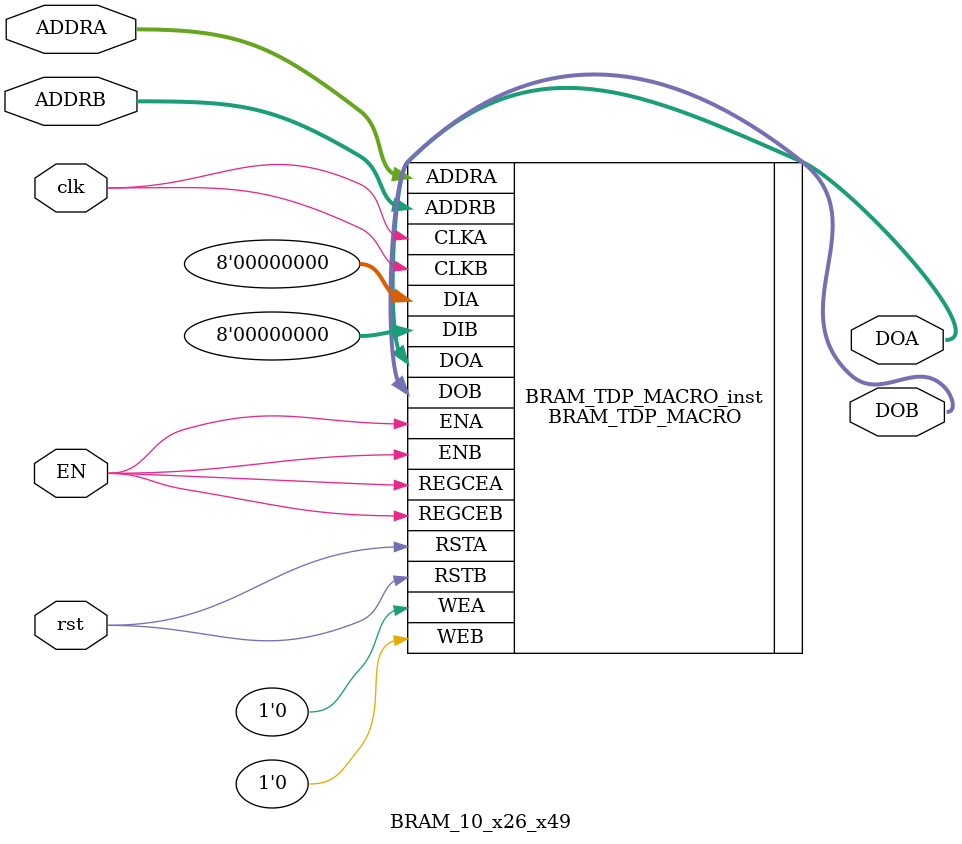
<source format=v>

module BRAM_10_x26_x49(
    input [9:0] ADDRA,
    input [9:0] ADDRB,
    input clk,
    input rst, input EN,
    output [7:0] DOA,
    output [7:0] DOB
    );



// Spartan-6
// Xilinx HDL Libraries Guide, version 14.7
//////////////////////////////////////////////////////////////////////////
// DATA_WIDTH_A/B | BRAM_SIZE | RAM Depth | ADDRA/B Width | WEA/B Width //
// ===============|===========|===========|===============|=============//
// 19-36 | "18Kb" | 512 | 9-bit | 4-bit //
// 10-18 | "18Kb" | 1024 | 10-bit | 2-bit //
// 10-18 | "9Kb" | 512 | 9-bit | 2-bit //
// 5-9 | "18Kb" | 2048 | 11-bit | 1-bit //
// 5-9 | "9Kb" | 1024 | 10-bit | 1-bit //
// 3-4 | "18Kb" | 4096 | 12-bit | 1-bit //
// 3-4 | "9Kb" | 2048 | 11-bit | 1-bit //
// 2 | "18Kb" | 8192 | 13-bit | 1-bit //
// 2 | "9Kb" | 4096 | 12-bit | 1-bit //
// 1 | "18Kb" | 16384 | 14-bit | 1-bit //
// 1 | "9Kb" | 8192 | 12-bit | 1-bit //
//////////////////////////////////////////////////////////////////////////
BRAM_TDP_MACRO #(
	.BRAM_SIZE("9Kb"), // Target BRAM: "9Kb" or "18Kb"
	.DEVICE("SPARTAN6"), // Target device: "VIRTEX5", "VIRTEX6", "SPARTAN6"
	.DOA_REG(1), // Optional port A output register (0 or 1)
	.DOB_REG(1), // Optional port B output register (0 or 1)
	.INIT_A(36'h0123), // Initial values on port A output port
	.INIT_B(36'h3210), // Initial values on port B output port
	.INIT_FILE ("NONE"),
		.READ_WIDTH_A (8), // Valid values are 1-36
	.READ_WIDTH_B (8), // Valid values are 1-36
	.SIM_COLLISION_CHECK ("NONE"), // Collision check enable "ALL", "WARNING_ONLY",
	// "GENERATE_X_ONLY" or "NONE"
	.SRVAL_A(36'h00000000), // Set/Reset value for port A output
	.SRVAL_B(36'h00000000), // Set/Reset value for port B output
	.WRITE_MODE_A("WRITE_FIRST"), // "WRITE_FIRST", "READ_FIRST", or "NO_CHANGE"
	.WRITE_MODE_B("WRITE_FIRST"), // "WRITE_FIRST", "READ_FIRST", or "NO_CHANGE"
	.WRITE_WIDTH_A(8), // Valid values are 1-36
	.WRITE_WIDTH_B(8), // Valid values are 1-36
	
.INIT_00(256'h74246000D87A0000EB5E8500A20000007700E500000000009200000000000000),
.INIT_01(256'hFB06A16C7F70A70A081028000F00AD005F28836600000000DC4E000000000000),
.INIT_02(256'h9F00AF0097FACF0003FAC900EE004C00D02466000380830036A4000000000000),
.INIT_03(256'h10226E6C30F0680AE0B464004300E100F80C00660380830078EA000000000000),
.INIT_04(256'h78E2AA001EBC0000E7984F0064C60000BD002F00000000005800CA0000000000),
.INIT_05(256'h0B70276C4506EB0AF866AE003576E10069980566FCB04C00EAFE8600FCB04C00),
.INIT_06(256'h6B3E9DF8E88576B9F7C4FBF8917FF5B95B65ED4103808300BDE58B4100000000),
.INIT_07(256'h18AC1094B33F9DB3E83A1AF8C0CF14B98FFDC727FF30CF000F1BC741FCB04C00),
.INIT_08(256'h9BCB8FEF3795EFEF04B16AEF4DEFEFEF98EF0AEFEFEFEFEF7DEFEFEFEFEFEFEF),
.INIT_09(256'h14E94E83909F48E5E7FFC7EFE0EF42EFB0C76C89EFEFEFEF33A1EFEFEFEFEFEF),
.INIT_0A(256'h70EF40EF781520EFEC1526EF01EFA3EF3FCB89EFEC6F6CEFD94BEFEFEFEFEFEF),
.INIT_0B(256'hFFCD8183DF1F87E50F5B8BEFACEF0EEF17E3EF89EC6F6CEF9705EFEFEFEFEFEF),
.INIT_0C(256'h970D45EFF153EFEF0877A0EF8B29EFEF52EFC0EFEFEFEFEFB7EF25EFEFEFEFEF),
.INIT_0D(256'hE49FC883AAE904E5178941EFDA990EEF8677EA89135FA3EF051169EF135FA3EF),
.INIT_0E(256'h84D17217076A9956182B14177E901A56B48A02AEEC6F6CEF520A64AEEFEFEFEF),
.INIT_0F(256'hF743FF7B5CD0725C07D5F5172F20FB56601228C810DF20EFE0F428AE135FA3EF),
.INIT_10(256'hFB2D2700628D000040A01100EF00000028003600000000001E00000000000000),
.INIT_11(256'hF2C118DA757F17F29396F4000A00E500361E1E28000000002836000000000000),
.INIT_12(256'hC7291F00DA0D380059248C0072009D00890493002580A5009A84000000000000),
.INIT_13(256'hCEC520DACDFF2FF28A12690097007800971ABB282580A500ACB2000000000000),
.INIT_14(256'hD189A900C62900006A049F004BA40000A600B8000000000090008E0000000000),
.INIT_15(256'hF102D8DAF8BC59F29055340087C3AB009179DE2829674E008F51C00029674E00),
.INIT_16(256'h1E7E62F3469100388073F1F3EE9CA538CCCFD6CB2580A500DF4F45CB00000000),
.INIT_17(256'h3EF51329780459CA7A225AF322FB0E38FBB6B0E30CE7EB00C01E0BCB29674E00),
.INIT_18(256'h14C2C8EF8D62EFEFAF4FFEEF00EFEFEFC7EFD9EFEFEFEFEFF1EFEFEFEFEFEFEF),
.INIT_19(256'h1D2EF7359A90F81D7C791BEFE5EF0AEFD9F1F1C7EFEFEFEFC7D9EFEFEFEFEFEF),
.INIT_1A(256'h28C6F0EF35E2D7EFB6CB63EF9DEF72EF66EB7CEFCA6F4AEF756BEFEFEFEFEFEF),
.INIT_1B(256'h212ACF352210C01D65FD86EF78EF97EF78F554C7CA6F4AEF435DEFEFEFEFEFEF),
.INIT_1C(256'h3E6646EF29C6EFEF85EB70EFA44BEFEF49EF57EFEFEFEFEF7FEF61EFEFEFEFEF),
.INIT_1D(256'h1EED37351753B61D7FBADBEF682C44EF7E9631C7C688A1EF60BE2FEFC688A1EF),
.INIT_1E(256'hF1918D1CA97EEFD76F9C1E1C01734AD723203924CA6F4AEF30A0AA24EFEFEFEF),
.INIT_1F(256'hD11AFCC697EBB62595CDB51CCD14E1D714595F0CE30804EF2FF1E424C688A1EF),


	
	//===============================================================================
	
	.INIT_20(256'h0000000000000000000000000000000000000000000000000000000000000000),
	.INIT_21(256'h0000000000000000000000000000000000000000000000000000000000000000),
	.INIT_22(256'h0000000000000000000000000000000000000000000000000000000000000000),
	.INIT_23(256'h0000000000000000000000000000000000000000000000000000000000000000),
	.INIT_24(256'h0000000000000000000000000000000000000000000000000000000000000000),
	.INIT_25(256'h0000000000000000000000000000000000000000000000000000000000000000),
	.INIT_26(256'h0000000000000000000000000000000000000000000000000000000000000000),
	.INIT_27(256'h0000000000000000000000000000000000000000000000000000000000000000),
	.INIT_28(256'h0000000000000000000000000000000000000000000000000000000000000000),
	.INIT_29(256'h0000000000000000000000000000000000000000000000000000000000000000),
	.INIT_2A(256'h0000000000000000000000000000000000000000000000000000000000000000),
	.INIT_2B(256'h0000000000000000000000000000000000000000000000000000000000000000),
	.INIT_2C(256'h0000000000000000000000000000000000000000000000000000000000000000),
	.INIT_2D(256'h0000000000000000000000000000000000000000000000000000000000000000),
	.INIT_2E(256'h0000000000000000000000000000000000000000000000000000000000000000),
	.INIT_2F(256'h0000000000000000000000000000000000000000000000000000000000000000),
	.INIT_30(256'h0000000000000000000000000000000000000000000000000000000000000000),
	.INIT_31(256'h0000000000000000000000000000000000000000000000000000000000000000),
	.INIT_32(256'h0000000000000000000000000000000000000000000000000000000000000000),
	.INIT_33(256'h0000000000000000000000000000000000000000000000000000000000000000),
	.INIT_34(256'h0000000000000000000000000000000000000000000000000000000000000000),
	.INIT_35(256'h0000000000000000000000000000000000000000000000000000000000000000),
	.INIT_36(256'h0000000000000000000000000000000000000000000000000000000000000000),
	.INIT_37(256'h0000000000000000000000000000000000000000000000000000000000000000),
	.INIT_38(256'h0000000000000000000000000000000000000000000000000000000000000000),
	.INIT_39(256'h0000000000000000000000000000000000000000000000000000000000000000),
	.INIT_3A(256'h0000000000000000000000000000000000000000000000000000000000000000),
	.INIT_3B(256'h0000000000000000000000000000000000000000000000000000000000000000),
	.INIT_3C(256'h0000000000000000000000000000000000000000000000000000000000000000),
	.INIT_3D(256'h0000000000000000000000000000000000000000000000000000000000000000),
	.INIT_3E(256'h0000000000000000000000000000000000000000000000000000000000000000),
	.INIT_3F(256'h0000000000000000000000000000000000000000000000000000000000000000),


	// The next set of INITP_xx are for the parity bits
	.INITP_00(256'h0000000000000000000000000000000000000000000000000000000000000000),
	.INITP_01(256'h0000000000000000000000000000000000000000000000000000000000000000),
	.INITP_02(256'h0000000000000000000000000000000000000000000000000000000000000000),
	.INITP_03(256'h0000000000000000000000000000000000000000000000000000000000000000),
	// The next set of INITP_xx are for "18Kb" configuration only
	.INITP_04(256'h0000000000000000000000000000000000000000000000000000000000000000),
	.INITP_05(256'h0000000000000000000000000000000000000000000000000000000000000000),
	.INITP_06(256'h0000000000000000000000000000000000000000000000000000000000000000),
	.INITP_07(256'h0000000000000000000000000000000000000000000000000000000000000000)
) BRAM_TDP_MACRO_inst (
	.DOA(DOA), // Output port-A data, width defined by READ_WIDTH_A parameter
	.DOB(DOB), // Output port-B data, width defined by READ_WIDTH_B parameter
	.ADDRA(ADDRA), // Input port-A address, width defined by Port A depth
	.ADDRB(ADDRB), // Input port-B address, width defined by Port B depth
	.CLKA(clk), // 1-bit input port-A clock
	.CLKB(clk), // 1-bit input port-B clock
		.DIA(8'h0), // Input port-A data, width defined by WRITE_WIDTH_A parameter
	.DIB(8'h0), // Input port-B data, width defined by WRITE_WIDTH_B parameter
	.ENA(EN), // 1-bit input port-A enable
	.ENB(EN), // 1-bit input port-B enable
	.REGCEA(EN), // 1-bit input port-A output register enable
	.REGCEB(EN), // 1-bit input port-B output register enable
	.RSTA(rst), // 1-bit input port-A reset
	.RSTB(rst), // 1-bit input port-B reset
	.WEA(1'b0), // Input port-A write enable, width defined by Port A depth
	.WEB(1'b0) // Input port-B write enable, width defined by Port B depth
);
// End of BRAM_TDP_MACRO_inst instantiation
endmodule

</source>
